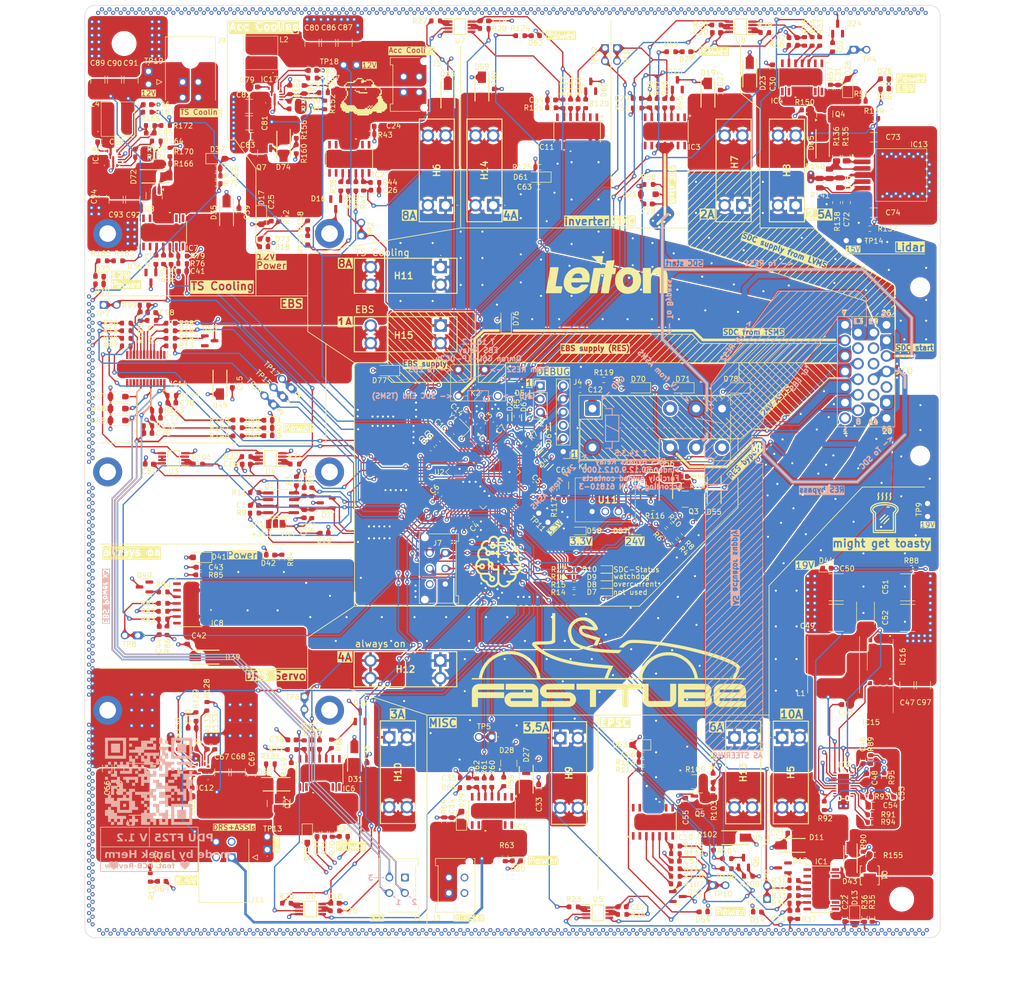
<source format=kicad_pcb>
(kicad_pcb
	(version 20240108)
	(generator "pcbnew")
	(generator_version "8.0")
	(general
		(thickness 1.6)
		(legacy_teardrops no)
	)
	(paper "A3")
	(title_block
		(title "PDU FT25")
		(date "2025-01-15")
		(rev "V1.2")
		(company "Janek Herm")
		(comment 1 "FasTTUBe Electronics")
	)
	(layers
		(0 "F.Cu" signal)
		(1 "In1.Cu" power)
		(2 "In2.Cu" signal)
		(31 "B.Cu" mixed)
		(32 "B.Adhes" user "B.Adhesive")
		(33 "F.Adhes" user "F.Adhesive")
		(34 "B.Paste" user)
		(35 "F.Paste" user)
		(36 "B.SilkS" user "B.Silkscreen")
		(37 "F.SilkS" user "F.Silkscreen")
		(38 "B.Mask" user)
		(39 "F.Mask" user)
		(40 "Dwgs.User" user "User.Drawings")
		(41 "Cmts.User" user "User.Comments")
		(42 "Eco1.User" user "User.Eco1")
		(43 "Eco2.User" user "User.Eco2")
		(44 "Edge.Cuts" user)
		(45 "Margin" user)
		(46 "B.CrtYd" user "B.Courtyard")
		(47 "F.CrtYd" user "F.Courtyard")
		(48 "B.Fab" user)
		(49 "F.Fab" user)
		(50 "User.1" user)
		(51 "User.2" user)
		(52 "User.3" user)
		(53 "User.4" user)
		(54 "User.5" user)
		(55 "User.6" user)
		(56 "User.7" user)
		(57 "User.8" user)
		(58 "User.9" user)
	)
	(setup
		(stackup
			(layer "F.SilkS"
				(type "Top Silk Screen")
			)
			(layer "F.Paste"
				(type "Top Solder Paste")
			)
			(layer "F.Mask"
				(type "Top Solder Mask")
				(thickness 0.01)
			)
			(layer "F.Cu"
				(type "copper")
				(thickness 0.035)
			)
			(layer "dielectric 1"
				(type "prepreg")
				(thickness 0.1)
				(material "FR4")
				(epsilon_r 4.5)
				(loss_tangent 0.02)
			)
			(layer "In1.Cu"
				(type "copper")
				(thickness 0.035)
			)
			(layer "dielectric 2"
				(type "core")
				(thickness 1.24)
				(material "FR4")
				(epsilon_r 4.5)
				(loss_tangent 0.02)
			)
			(layer "In2.Cu"
				(type "copper")
				(thickness 0.035)
			)
			(layer "dielectric 3"
				(type "prepreg")
				(thickness 0.1)
				(material "FR4")
				(epsilon_r 4.5)
				(loss_tangent 0.02)
			)
			(layer "B.Cu"
				(type "copper")
				(thickness 0.035)
			)
			(layer "B.Mask"
				(type "Bottom Solder Mask")
				(thickness 0.01)
			)
			(layer "B.Paste"
				(type "Bottom Solder Paste")
			)
			(layer "B.SilkS"
				(type "Bottom Silk Screen")
			)
			(copper_finish "None")
			(dielectric_constraints no)
		)
		(pad_to_mask_clearance 0)
		(allow_soldermask_bridges_in_footprints no)
		(pcbplotparams
			(layerselection 0x00010fc_ffffffff)
			(plot_on_all_layers_selection 0x0000000_00000000)
			(disableapertmacros no)
			(usegerberextensions no)
			(usegerberattributes yes)
			(usegerberadvancedattributes yes)
			(creategerberjobfile no)
			(dashed_line_dash_ratio 12.000000)
			(dashed_line_gap_ratio 3.000000)
			(svgprecision 4)
			(plotframeref no)
			(viasonmask no)
			(mode 1)
			(useauxorigin yes)
			(hpglpennumber 1)
			(hpglpenspeed 20)
			(hpglpendiameter 15.000000)
			(pdf_front_fp_property_popups yes)
			(pdf_back_fp_property_popups yes)
			(dxfpolygonmode yes)
			(dxfimperialunits yes)
			(dxfusepcbnewfont yes)
			(psnegative no)
			(psa4output no)
			(plotreference yes)
			(plotvalue no)
			(plotfptext yes)
			(plotinvisibletext no)
			(sketchpadsonfab no)
			(subtractmaskfromsilk yes)
			(outputformat 1)
			(mirror no)
			(drillshape 0)
			(scaleselection 1)
			(outputdirectory "gerber/")
		)
	)
	(net 0 "")
	(net 1 "GND")
	(net 2 "+3V3")
	(net 3 "stdCAN_H")
	(net 4 "/MCU/Vref")
	(net 5 "stdCAN_L")
	(net 6 "/MCU/NRST")
	(net 7 "Net-(D11-A2)")
	(net 8 "/powerstages/P_Out6a")
	(net 9 "/powerstages/IS4")
	(net 10 "Net-(D15-A2)")
	(net 11 "/connectors/P_Out1")
	(net 12 "/powerstages/IS1")
	(net 13 "Net-(D19-A2)")
	(net 14 "/powerstages/IS10")
	(net 15 "Net-(D23-A2)")
	(net 16 "/powerstages/P_Out9a")
	(net 17 "/powerstages/IS7")
	(net 18 "Net-(D27-A2)")
	(net 19 "/connectors/P_Out8")
	(net 20 "/powerstages/IS8")
	(net 21 "Net-(D31-A2)")
	(net 22 "/powerstages/P_Out5a")
	(net 23 "/powerstages/IS3")
	(net 24 "Net-(D35-A2)")
	(net 25 "/connectors/P_Out2")
	(net 26 "/powerstages/IS2")
	(net 27 "/connectors/P_Out9")
	(net 28 "/powerstages/IS9")
	(net 29 "Net-(IC9-CBOOT)")
	(net 30 "Net-(IC9-SW)")
	(net 31 "Net-(IC9-VCC)")
	(net 32 "Net-(D43-K)")
	(net 33 "Net-(IC9-PFM{slash}SYNC)")
	(net 34 "/connectors/P_Out4")
	(net 35 "Net-(C53-Pad2)")
	(net 36 "Net-(IC9-EXTCOMP)")
	(net 37 "Net-(D51-A2)")
	(net 38 "/connectors/P_Out5")
	(net 39 "/powerstages/IS5")
	(net 40 "Net-(D56-K)")
	(net 41 "Net-(D59-A2)")
	(net 42 "/connectors/P_Out6")
	(net 43 "/powerstages/IS6")
	(net 44 "Net-(IC12-SW)")
	(net 45 "Net-(IC12-BOOT)")
	(net 46 "/connectors/P_Out3")
	(net 47 "Net-(D63-K)")
	(net 48 "Net-(IC12-FB)")
	(net 49 "Net-(IC12-SS)")
	(net 50 "/connectors/P_Out7")
	(net 51 "Net-(IC13-FB)")
	(net 52 "Net-(D65-K)")
	(net 53 "Net-(IC13-SS)")
	(net 54 "/MCU/SWCLK")
	(net 55 "/MCU/SWDIO")
	(net 56 "/MCU/UART_RX")
	(net 57 "/MCU/UART_TX")
	(net 58 "Net-(D7-A)")
	(net 59 "Net-(D8-A)")
	(net 60 "Net-(D9-A)")
	(net 61 "Net-(D10-A)")
	(net 62 "Net-(D12-A)")
	(net 63 "unconnected-(D12-NC-Pad2)")
	(net 64 "Net-(D14-A)")
	(net 65 "Net-(D16-A)")
	(net 66 "unconnected-(D16-NC-Pad2)")
	(net 67 "Net-(D18-A)")
	(net 68 "Net-(D20-A)")
	(net 69 "unconnected-(D20-NC-Pad2)")
	(net 70 "Net-(D22-A)")
	(net 71 "Net-(D24-A)")
	(net 72 "unconnected-(D24-NC-Pad2)")
	(net 73 "Net-(D26-A)")
	(net 74 "Net-(D28-A)")
	(net 75 "unconnected-(D28-NC-Pad2)")
	(net 76 "Net-(D30-A)")
	(net 77 "unconnected-(D32-NC-Pad2)")
	(net 78 "Net-(D32-A)")
	(net 79 "Net-(D34-A)")
	(net 80 "Net-(D36-A)")
	(net 81 "unconnected-(D36-NC-Pad2)")
	(net 82 "Net-(D38-A)")
	(net 83 "Net-(D43-A)")
	(net 84 "Net-(D44-A)")
	(net 85 "Net-(D45-A2)")
	(net 86 "/powerstages/IS11")
	(net 87 "/connectors/P_Out12")
	(net 88 "unconnected-(D52-NC-Pad2)")
	(net 89 "Net-(D52-A)")
	(net 90 "Net-(D54-A)")
	(net 91 "Net-(D56-A)")
	(net 92 "Net-(D57-A)")
	(net 93 "Net-(D58-A)")
	(net 94 "unconnected-(D60-NC-Pad2)")
	(net 95 "Net-(D60-A)")
	(net 96 "Net-(D62-A)")
	(net 97 "Net-(D63-A)")
	(net 98 "Net-(D64-A)")
	(net 99 "Net-(D65-A)")
	(net 100 "Net-(D66-A)")
	(net 101 "/connectors/P_Out11")
	(net 102 "/connectors/P_Out10")
	(net 103 "Net-(D46-A)")
	(net 104 "+24V")
	(net 105 "Net-(IC1-IS)")
	(net 106 "Net-(IC1-GND)")
	(net 107 "Net-(IC1-IN)")
	(net 108 "Net-(IC1-DEN)")
	(net 109 "Net-(IC2-IS)")
	(net 110 "Net-(IC2-IN)")
	(net 111 "Net-(IC2-DEN)")
	(net 112 "Net-(IC2-GND)")
	(net 113 "Net-(IC3-IN)")
	(net 114 "Net-(IC3-GND)")
	(net 115 "Net-(IC3-IS)")
	(net 116 "Net-(IC3-DEN)")
	(net 117 "Net-(IC4-IN)")
	(net 118 "Net-(IC4-GND)")
	(net 119 "Net-(IC4-IS)")
	(net 120 "Net-(IC4-DEN)")
	(net 121 "Net-(IC5-GND)")
	(net 122 "Net-(IC5-DEN)")
	(net 123 "Net-(IC5-IS)")
	(net 124 "Net-(IC5-IN)")
	(net 125 "Net-(IC6-GND)")
	(net 126 "Net-(IC6-IN)")
	(net 127 "Net-(IC6-DEN)")
	(net 128 "Net-(IC6-IS)")
	(net 129 "Net-(IC7-IN)")
	(net 130 "Net-(IC7-IS)")
	(net 131 "Net-(IC7-GND)")
	(net 132 "Net-(IC7-DEN)")
	(net 133 "Net-(IC9-CNFG)")
	(net 134 "Net-(IC9-PG{slash}SYNCOUT)")
	(net 135 "Net-(IC9-RT)")
	(net 136 "Net-(IC9-ISNS+)")
	(net 137 "Net-(IC9-HO)")
	(net 138 "Net-(IC9-LO)")
	(net 139 "Net-(IC9-FB)")
	(net 140 "Net-(IC10-IS)")
	(net 141 "Net-(IC10-IN)")
	(net 142 "Net-(IC10-DEN)")
	(net 143 "Net-(IC10-GND)")
	(net 144 "Net-(IC11-DEN)")
	(net 145 "Net-(IC11-IS)")
	(net 146 "Net-(IC11-IN)")
	(net 147 "Net-(IC11-GND)")
	(net 148 "Net-(IC12-PG)")
	(net 149 "Net-(IC12-MODE)")
	(net 150 "Net-(IC12-EN)")
	(net 151 "Net-(IC13-RON)")
	(net 152 "Net-(IC13-EN)")
	(net 153 "/MCU/SWO")
	(net 154 "FDCAN_H")
	(net 155 "FDCAN_L")
	(net 156 "/RBR/SDC bypass")
	(net 157 "24V ASMS")
	(net 158 "Net-(JP1-C)")
	(net 159 "unconnected-(K1-Pad12)")
	(net 160 "unconnected-(K1-Pad24)")
	(net 161 "Net-(K1-PadA1)")
	(net 162 "unconnected-(D46-NC-Pad2)")
	(net 163 "Net-(IC14-DSEL1)")
	(net 164 "Net-(Q5-D)")
	(net 165 "Net-(Q5-G)")
	(net 166 "Net-(Q6-G)")
	(net 167 "Net-(Q6-D)")
	(net 168 "Net-(U1-Rs)")
	(net 169 "Net-(U2-PA0)")
	(net 170 "Net-(U2-BOOT0)")
	(net 171 "Net-(U2-PC0)")
	(net 172 "Net-(U2-PA11)")
	(net 173 "/MCU/CAN_RX")
	(net 174 "/MCU/CAN_TX")
	(net 175 "Net-(U2-PA12)")
	(net 176 "unconnected-(U2-PB7-Pad59)")
	(net 177 "unconnected-(U2-PA15-Pad50)")
	(net 178 "/MCU/STATUS_LED1")
	(net 179 "/MCU/STATUS_LED2")
	(net 180 "/MCU/STATUS_LED3")
	(net 181 "/MCU/STATUS_LED4")
	(net 182 "Net-(R12-Pad1)")
	(net 183 "Net-(U4A--)")
	(net 184 "/MCU/ISENSE1")
	(net 185 "Net-(U4B--)")
	(net 186 "/MCU/ISENSE2")
	(net 187 "/MCU/ISENSE3")
	(net 188 "Net-(U5A--)")
	(net 189 "Net-(U5B--)")
	(net 190 "/MCU/ISENSE4")
	(net 191 "/MCU/ISENSE5")
	(net 192 "Net-(U6A--)")
	(net 193 "Net-(U6B--)")
	(net 194 "/MCU/ISENSE6")
	(net 195 "/MCU/ISENSE7")
	(net 196 "Net-(U7A--)")
	(net 197 "Net-(U7B--)")
	(net 198 "/MCU/ISENSE8")
	(net 199 "/MCU/ISENSE9")
	(net 200 "Net-(U8A--)")
	(net 201 "Net-(U8B--)")
	(net 202 "/MCU/ISENSE10")
	(net 203 "/MCU/IN4")
	(net 204 "/MCU/IN1")
	(net 205 "/MCU/IN10")
	(net 206 "/MCU/IN7")
	(net 207 "/MCU/IN8")
	(net 208 "/MCU/IN3")
	(net 209 "/MCU/IN2")
	(net 210 "/MCU/IN9")
	(net 211 "/MCU/IN11")
	(net 212 "/MCU/IN12")
	(net 213 "/MCU/IN13")
	(net 214 "/MCU/PC_Read")
	(net 215 "/MCU/PC_EN")
	(net 216 "/MCU/IN5")
	(net 217 "/MCU/IN6")
	(net 218 "/MCU/XTAL_OUT")
	(net 219 "unconnected-(U2-PC5-Pad25)")
	(net 220 "Net-(IC14-GND)")
	(net 221 "unconnected-(U2-PC12-Pad53)")
	(net 222 "Net-(IC14-DEN)")
	(net 223 "Net-(IC14-IN2)")
	(net 224 "/MCU/XTAL_IN")
	(net 225 "unconnected-(U2-PD2-Pad54)")
	(net 226 "unconnected-(IC14-OUT3-Pad13)")
	(net 227 "Net-(IC14-IN0)")
	(net 228 "Net-(IC14-IN3)")
	(net 229 "Net-(IC14-DSEL0)")
	(net 230 "Net-(IC14-IN1)")
	(net 231 "Net-(IC14-IS)")
	(net 232 "/MCU/DSEL0")
	(net 233 "/MCU/DSEL1")
	(net 234 "Net-(U3A--)")
	(net 235 "/MCU/ISENSE11")
	(net 236 "Net-(U3B--)")
	(net 237 "unconnected-(IC9-NC_1-Pad1)")
	(net 238 "unconnected-(IC9-NC_2-Pad2)")
	(net 239 "unconnected-(IC9-NC_4-Pad23)")
	(net 240 "unconnected-(IC9-NC_3-Pad22)")
	(net 241 "unconnected-(IC9-NC_5-Pad24)")
	(net 242 "Net-(D50-A)")
	(net 243 "Net-(D68-A)")
	(net 244 "Net-(D69-A)")
	(net 245 "/connectors/P_Out14")
	(net 246 "/connectors/P_Out13")
	(net 247 "Net-(IC17-SW)")
	(net 248 "Net-(IC17-BOOT)")
	(net 249 "Net-(D72-K)")
	(net 250 "Net-(IC17-FB)")
	(net 251 "Net-(IC17-SS)")
	(net 252 "Net-(IC18-BOOT)")
	(net 253 "Net-(IC18-SW)")
	(net 254 "Net-(D74-K)")
	(net 255 "Net-(IC18-FB)")
	(net 256 "Net-(IC18-SS)")
	(net 257 "Net-(D72-A)")
	(net 258 "Net-(D73-A)")
	(net 259 "Net-(D74-A)")
	(net 260 "Net-(D75-A)")
	(net 261 "Net-(IC17-PG)")
	(net 262 "Net-(IC17-MODE)")
	(net 263 "Net-(IC17-EN)")
	(net 264 "Net-(IC18-PG)")
	(net 265 "Net-(IC18-MODE)")
	(net 266 "Net-(IC18-EN)")
	(net 267 "Net-(R151-Pad2)")
	(net 268 "Net-(R163-Pad2)")
	(net 269 "EBS supply")
	(net 270 "AS actuator supply")
	(net 271 "unconnected-(IC1-NC-Pad7)")
	(net 272 "unconnected-(IC1-NC-Pad1)")
	(net 273 "unconnected-(IC1-NC-Pad14)")
	(net 274 "unconnected-(IC1-NC-Pad8)")
	(net 275 "unconnected-(IC1-NC-Pad9)")
	(net 276 "unconnected-(IC1-NC-Pad13)")
	(net 277 "unconnected-(IC1-NC-Pad2)")
	(net 278 "unconnected-(IC2-NC-Pad2)")
	(net 279 "unconnected-(IC2-NC-Pad7)")
	(net 280 "unconnected-(IC2-NC-Pad8)")
	(net 281 "unconnected-(IC2-NC-Pad14)")
	(net 282 "unconnected-(IC2-NC-Pad1)")
	(net 283 "unconnected-(IC2-NC-Pad9)")
	(net 284 "unconnected-(IC2-NC-Pad13)")
	(net 285 "unconnected-(IC3-NC-Pad8)")
	(net 286 "unconnected-(IC3-NC-Pad1)")
	(net 287 "unconnected-(IC3-NC-Pad7)")
	(net 288 "unconnected-(IC3-NC-Pad14)")
	(net 289 "unconnected-(IC3-NC-Pad13)")
	(net 290 "unconnected-(IC3-NC-Pad9)")
	(net 291 "unconnected-(IC3-NC-Pad2)")
	(net 292 "unconnected-(IC4-NC-Pad2)")
	(net 293 "unconnected-(IC4-NC-Pad1)")
	(net 294 "unconnected-(IC4-NC-Pad13)")
	(net 295 "unconnected-(IC4-NC-Pad7)")
	(net 296 "unconnected-(IC4-NC-Pad9)")
	(net 297 "unconnected-(IC4-NC-Pad8)")
	(net 298 "unconnected-(IC4-NC-Pad14)")
	(net 299 "unconnected-(IC5-NC-Pad1)")
	(net 300 "unconnected-(IC5-NC-Pad8)")
	(net 301 "unconnected-(IC5-NC-Pad9)")
	(net 302 "unconnected-(IC5-NC-Pad14)")
	(net 303 "unconnected-(IC5-NC-Pad13)")
	(net 304 "unconnected-(IC5-NC-Pad2)")
	(net 305 "unconnected-(IC5-NC-Pad7)")
	(net 306 "unconnected-(IC6-NC-Pad14)")
	(net 307 "unconnected-(IC6-NC-Pad2)")
	(net 308 "unconnected-(IC6-NC-Pad7)")
	(net 309 "unconnected-(IC6-NC-Pad1)")
	(net 310 "unconnected-(IC6-NC-Pad9)")
	(net 311 "unconnected-(IC6-NC-Pad8)")
	(net 312 "unconnected-(IC6-NC-Pad13)")
	(net 313 "unconnected-(IC7-NC-Pad1)")
	(net 314 "unconnected-(IC7-NC-Pad9)")
	(net 315 "unconnected-(IC7-NC-Pad14)")
	(net 316 "unconnected-(IC7-NC-Pad13)")
	(net 317 "unconnected-(IC7-NC-Pad7)")
	(net 318 "unconnected-(IC7-NC-Pad8)")
	(net 319 "unconnected-(IC7-NC-Pad2)")
	(net 320 "unconnected-(IC10-NC-Pad14)")
	(net 321 "unconnected-(IC10-NC-Pad8)")
	(net 322 "unconnected-(IC10-NC-Pad13)")
	(net 323 "unconnected-(IC10-NC-Pad9)")
	(net 324 "unconnected-(IC10-NC-Pad1)")
	(net 325 "unconnected-(IC10-NC-Pad7)")
	(net 326 "unconnected-(IC10-NC-Pad2)")
	(net 327 "unconnected-(IC11-NC-Pad1)")
	(net 328 "unconnected-(IC11-NC-Pad13)")
	(net 329 "unconnected-(IC11-NC-Pad2)")
	(net 330 "unconnected-(IC11-NC-Pad7)")
	(net 331 "unconnected-(IC11-NC-Pad9)")
	(net 332 "unconnected-(IC11-NC-Pad8)")
	(net 333 "unconnected-(IC11-NC-Pad14)")
	(net 334 "unconnected-(IC14-NC-Pad21)")
	(net 335 "unconnected-(IC14-NC-Pad19)")
	(net 336 "unconnected-(IC14-NC-Pad15)")
	(net 337 "unconnected-(IC14-NC-Pad18)")
	(net 338 "unconnected-(IC14-NC-Pad23)")
	(net 339 "unconnected-(IC14-NC-Pad22)")
	(net 340 "unconnected-(IC14-NC-Pad14)")
	(net 341 "unconnected-(IC14-NC-Pad12)")
	(net 342 "unconnected-(IC14-NC-Pad1)")
	(net 343 "unconnected-(IC14-NC-Pad16)")
	(net 344 "/EBSR/EBS power")
	(net 345 "unconnected-(U2-PC14-Pad3)")
	(net 346 "unconnected-(U2-PC15-Pad4)")
	(net 347 "unconnected-(U2-PC13-Pad2)")
	(net 348 "Net-(R100-Pad1)")
	(net 349 "/RBR/RES")
	(net 350 "TSMS SDC")
	(net 351 "unconnected-(IC14-NC-Pad3)")
	(net 352 "unconnected-(U2-PB0-Pad26)")
	(net 353 "Net-(D39-A2)")
	(net 354 "unconnected-(D40-NC-Pad2)")
	(net 355 "Net-(D40-A)")
	(net 356 "Net-(D42-A)")
	(net 357 "unconnected-(IC8-NC-Pad8)")
	(net 358 "unconnected-(IC8-NC-Pad13)")
	(net 359 "Net-(IC8-IN)")
	(net 360 "unconnected-(IC8-NC-Pad9)")
	(net 361 "unconnected-(IC8-NC-Pad1)")
	(net 362 "Net-(IC8-DEN)")
	(net 363 "Net-(IC8-GND)")
	(net 364 "Net-(IC8-IS)")
	(net 365 "unconnected-(IC8-NC-Pad2)")
	(net 366 "unconnected-(IC8-NC-Pad14)")
	(net 367 "unconnected-(IC8-NC-Pad7)")
	(net 368 "unconnected-(J10-Pin_15-Pad15)")
	(net 369 "unconnected-(J10-Pin_17-Pad17)")
	(footprint "5025:5025" (layer "F.Cu") (at 165.32 98.46 90))
	(footprint "Resistor_SMD:R_0603_1608Metric" (layer "F.Cu") (at 161.375 88.955 90))
	(footprint "Resistor_SMD:R_0603_1608Metric" (layer "F.Cu") (at 128.645 103.135 -90))
	(footprint "Capacitor_SMD:C_1210_3225Metric" (layer "F.Cu") (at 162.225 61.275 90))
	(footprint "BTT6010-1ERB:SOIC14_BTT6010-1ERB_INF" (layer "F.Cu") (at 163.019 83.649799 90))
	(footprint "824501241:DIOM5127X250N" (layer "F.Cu") (at 139.345 93.995 -90))
	(footprint "Resistor_SMD:R_0603_1608Metric" (layer "F.Cu") (at 122.555 83.275))
	(footprint "Package_TO_SOT_SMD:SOT-23" (layer "F.Cu") (at 124.75 106.535 -90))
	(footprint "Package_TO_SOT_SMD:SOT-23" (layer "F.Cu") (at 165.14 191.314998 90))
	(footprint "Resistor_SMD:R_0603_1608Metric" (layer "F.Cu") (at 135.615001 196.775 90))
	(footprint "Resistor_SMD:R_0603_1608Metric" (layer "F.Cu") (at 155.915 68.065))
	(footprint "Capacitor_SMD:C_1210_3225Metric" (layer "F.Cu") (at 143.685 76.725 180))
	(footprint "Resistor_SMD:R_0603_1608Metric" (layer "F.Cu") (at 135.545001 189.315 -90))
	(footprint "LED_SMD:LED_0603_1608Metric" (layer "F.Cu") (at 266.295 70.155 180))
	(footprint "brain:heart" (layer "F.Cu") (at 117.6 220.05))
	(footprint "Resistor_SMD:R_0603_1608Metric" (layer "F.Cu") (at 127.585 77.225))
	(footprint "ESD321DYAR:SODFL1608X77N" (layer "F.Cu") (at 193.99 133.625 -90))
	(footprint "Diode_SMD:D_SOD-123F" (layer "F.Cu") (at 218.94 127.854999 180))
	(footprint "5025:5025" (layer "F.Cu") (at 147.190001 216.99 90))
	(footprint "Resistor_SMD:R_0603_1608Metric" (layer "F.Cu") (at 147.805 200.415))
	(footprint "5025:5025" (layer "F.Cu") (at 261.38 99.44 180))
	(footprint "MountingHole:MountingHole_3.2mm_M3_DIN965_Pad" (layer "F.Cu") (at 116.41 144.08 -90))
	(footprint "Resistor_SMD:R_0603_1608Metric" (layer "F.Cu") (at 254.645 208.515 -90))
	(footprint "3557-15:355715" (layer "F.Cu") (at 180.58 180.485 180))
	(footprint "Resistor_SMD:R_0603_1608Metric" (layer "F.Cu") (at 264.205001 75.855))
	(footprint "Capacitor_SMD:C_0603_1608Metric" (layer "F.Cu") (at 156.795 213.675001 -90))
	(footprint "Resistor_SMD:R_0603_1608Metric" (layer "F.Cu") (at 120.005477 118.297452))
	(footprint "MountingHole:MountingHole_4.3mm_M4" (layer "F.Cu") (at 119.575 226.345))
	(footprint "Capacitor_SMD:C_1210_3225Metric" (layer "F.Cu") (at 138.414747 202.063428 90))
	(footprint "Diode_SMD:D_SOD-123F" (layer "F.Cu") (at 146.065 94.88 -90))
	(footprint "Capacitor_SMD:C_0603_1608Metric" (layer "F.Cu") (at 185.205 203.145 180))
	(footprint "Resistor_SMD:R_0603_1608Metric" (layer "F.Cu") (at 225.925 220.675))
	(footprint "Resistor_SMD:R_0603_1608Metric"
		(layer "F.Cu")
		(uuid "15025461-dcc7-4f61-9542-8f8e8ec99700")
		(at 154.995 99.365 90)
		(descr "Resistor SMD 0603 (1608 Metric), square (rectangular) end terminal, IPC_7351 nominal, (Body size source: IPC-SM-782 page 72, https://www.pcb-3d.com/wordpress/wp-content/uploads/ipc-sm-782a_amendment_1_and_2.pdf), generated with kicad-footprint-generator")
		(tags "resistor")
		(property "Reference" "R151"
			(at -0.65 -1.42 90)
			(layer "F.SilkS")
			(uuid "122f886c-686c-4dca-9df4-687a2b60e366")
			(effects
				(font
					(size 1 1)
					(thickness 0.15)
				)
			)
		)
		(property "Value" "1k"
			(at 0 1.43 90)
			(layer "F.Fab")
			(uuid "a592b584-abae-4bea-8bc8-0a8ffebe0b80")
			(effects
				(font
					(size 1 1)
					(thickness 0.15)
				)
			)
		)
		(property "Footprint" "Resistor_SMD:R_0603_1608Metric"
			(at 0 0 90)
			(unlocked yes)
			(layer "F.Fab")
			(hide yes)
			(uuid "1c5f638a-4832-4642-88d6-97d1baf0f576")
			(effects
				(font
					(size 1.27 1.27)
					(thickness 0.15)
				)
			)
		)
		(property "Datasheet" ""
			(at 0 0 90)
			(unlocked yes)
			(layer "F.Fab")
			(hide yes)
			(uuid "59d60a19-0eeb-4754-9aba-e42d43305fa7")
			(effects
				(font
					(size 1.27 1.27)
					(thickness 0.15)
				)
			)
		)
		(property "Description" "Resistor, small symbol"
			(at 0 0 90)
			(unlocked yes)
			(layer "F.Fab")
			(hide yes)
			(uuid "33615a10-7215-4795-96b9-fa93cea6c121")
			(effects
				(font
					(size 1.27 1.27)
					(thickness 0.15)
				)
			)
		)
		(property ki_fp_filters "R_*")
		(path "/780d04e9-366d-4b48-88f6-229428c96c3a/2688228a-78b0-463b-82bd-42a0dedab640/a31b0199-c63c-4e83-8127-1fac1a9facaf")
		(sheetname "ACC pump DCDC")
		(sheetfile "pumpDCDC.kicad_sch")
		(attr smd)
		(fp_line
			(start -0.237258 -0.5225)
			(end 0.237258 -0.5225)
			(stroke
				(width 0.12)
				(type solid)
			)
			(layer "F.SilkS")
			(uuid "dc8e5fd8-4ca3-4c1d-b1f5-6eaae540711d")
		)
		(fp_line
			(start -0.237258 0.5225)
			(end 0.237258 0.5225)
			(stroke
				(width 0.12)
				(type solid)
			)
			(layer "F.SilkS")
			(uuid "6c0a18d3-6077-4bcb-825a-872d2e6b7716")
		)
		(fp_line
			(start 1.48 -0.73)
			(end 1.48 0.73)
			(stroke
				(width 0.05)
				(type solid)
			)
			(layer "F.CrtYd")
			(uuid "7313f3b4-9a54-4d87-8c75-088e5090a017")
		)
		(fp_line
			(start -1.48 -0.73)
			(end 1.48 -0.73)
			(stroke
				(width 0.05)
				(type solid)
			)
			(layer "F.CrtYd")
			(uuid "6af3927a-7d15-47f2-a5a0-8445f1b4c182")
		)
		(fp_line
			(start 1.48 0.73)
			(end -1.48 0.73)
			(stroke
				(width 0.05)
				(type solid)
			)
			(layer "F.CrtYd")
			(uuid "72e13f33-6639-4f39-84e2-7a3d4ba4715a")
		)
		(fp_line
			(start -1.48 0.73)
			(end -1.48 -0.73)
			(stroke
				(width 0.05)
				(type solid)
			)
			(layer "F.CrtYd")
			(uuid "ff98d762-9a6b-4848-89e9-20b6125bce37")
		)
		(fp_line
			(start 0.8 -0.4125)
			(end 0.8 0.4125)
			(stroke
				(width 0.1)
				(type solid)
			)
			(layer "F.Fab")
			(uuid "fe961a65-105c-43a7-89d7-5c7c44acd8a1")
		)
		(fp_line
			(start -0.8 -0.4125)
			(end 0.8 -0.4125)
			(stroke
				(width 0.1)
				(type solid)
			)
			(layer "F.Fab")
			(uuid "bb8064fe-6479-4ead-87cb-214fa68d7676")
		)
		(fp_line
			(start 0.8 0.4125)
			(end -0.8 0.4125)
			(stroke
				(width 0.1)
				(type solid)
			)
			(layer "F.Fab")
			(uuid "0ba98a26-6841-4152-aae7-55d7e1c78c39")
		)
		(fp_line
			(start -0.8 0.4125)
			(end -0.8 -0.4125)
			(stroke
				(wi
... [9360765 chars truncated]
</source>
